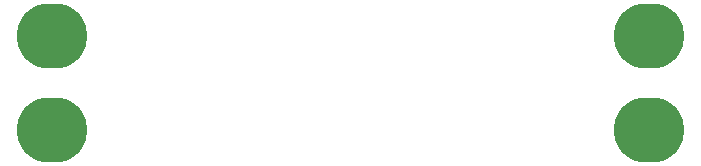
<source format=gbr>
%TF.GenerationSoftware,KiCad,Pcbnew,(5.1.9)-1*%
%TF.CreationDate,2021-09-02T19:00:15+01:00*%
%TF.ProjectId,InlinePowerpoleBOB,496e6c69-6e65-4506-9f77-6572706f6c65,rev?*%
%TF.SameCoordinates,Original*%
%TF.FileFunction,Soldermask,Bot*%
%TF.FilePolarity,Negative*%
%FSLAX46Y46*%
G04 Gerber Fmt 4.6, Leading zero omitted, Abs format (unit mm)*
G04 Created by KiCad (PCBNEW (5.1.9)-1) date 2021-09-02 19:00:15*
%MOMM*%
%LPD*%
G01*
G04 APERTURE LIST*
%ADD10O,6.000000X5.500000*%
G04 APERTURE END LIST*
D10*
%TO.C,J2*%
X167640000Y-63145000D03*
X167640000Y-55245000D03*
%TD*%
%TO.C,J1*%
X117094000Y-63145000D03*
X117094000Y-55245000D03*
%TD*%
M02*

</source>
